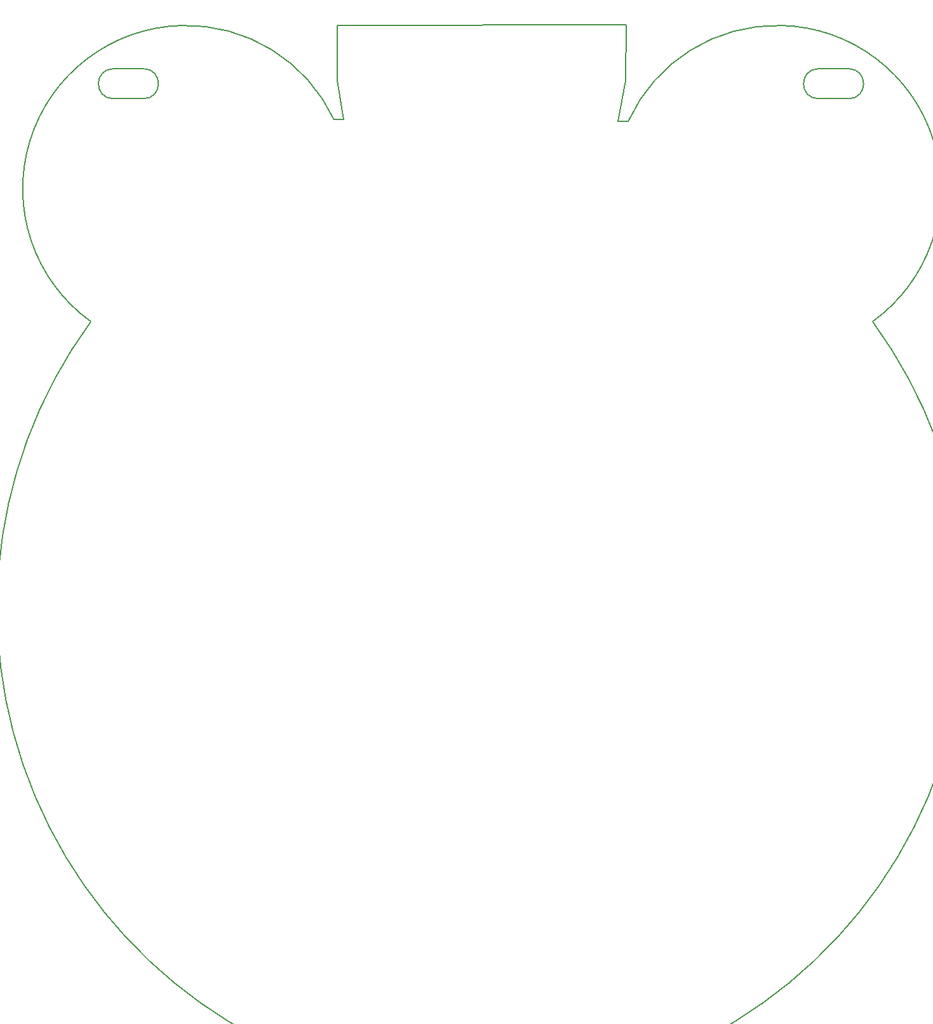
<source format=gm1>
G04 #@! TF.FileFunction,Profile,NP*
%FSLAX46Y46*%
G04 Gerber Fmt 4.6, Leading zero omitted, Abs format (unit mm)*
G04 Created by KiCad (PCBNEW 4.0.6+dfsg1-1) date Fri Jun  8 13:36:59 2018*
%MOMM*%
%LPD*%
G01*
G04 APERTURE LIST*
%ADD10C,0.100000*%
%ADD11C,0.150000*%
G04 APERTURE END LIST*
D10*
D11*
X224000000Y-65000000D02*
G75*
G03X224000000Y-61000000I0J2000000D01*
G01*
X224000000Y-65000000D02*
X220000000Y-65000000D01*
X224000000Y-61000000D02*
X220000000Y-61000000D01*
X220000000Y-61000000D02*
G75*
G03X220000000Y-65000000I0J-2000000D01*
G01*
X130000000Y-65000000D02*
X126000000Y-65000000D01*
X130000000Y-61000000D02*
X126000000Y-61000000D01*
X130000000Y-65000000D02*
G75*
G03X130000000Y-61000000I0J2000000D01*
G01*
X126000000Y-61000000D02*
G75*
G03X126000000Y-65000000I0J-2000000D01*
G01*
X193300000Y-68000000D02*
X194320000Y-62590000D01*
X194320000Y-62590000D02*
X194330000Y-55180000D01*
X155810000Y-62600000D02*
X155800000Y-55190000D01*
X156700000Y-67800000D02*
X155810000Y-62600000D01*
X194631342Y-68000610D02*
G75*
G02X215070000Y-55240000I19817098J-8992434D01*
G01*
X194630000Y-68000000D02*
X193300000Y-68000000D01*
X155414576Y-67803205D02*
G75*
G03X135050000Y-55240000I-19733016J-9199839D01*
G01*
X155800000Y-55190000D02*
X194330000Y-55180000D01*
X155410000Y-67800000D02*
X156700000Y-67800000D01*
X215069819Y-55237122D02*
G75*
G02X227200000Y-94700000I-551379J-21765223D01*
G01*
X135049980Y-55239302D02*
G75*
G03X123000000Y-94700000I631580J-21763043D01*
G01*
X123000000Y-94700000D02*
G75*
G03X227200000Y-94700000I52100000J-38200000D01*
G01*
M02*

</source>
